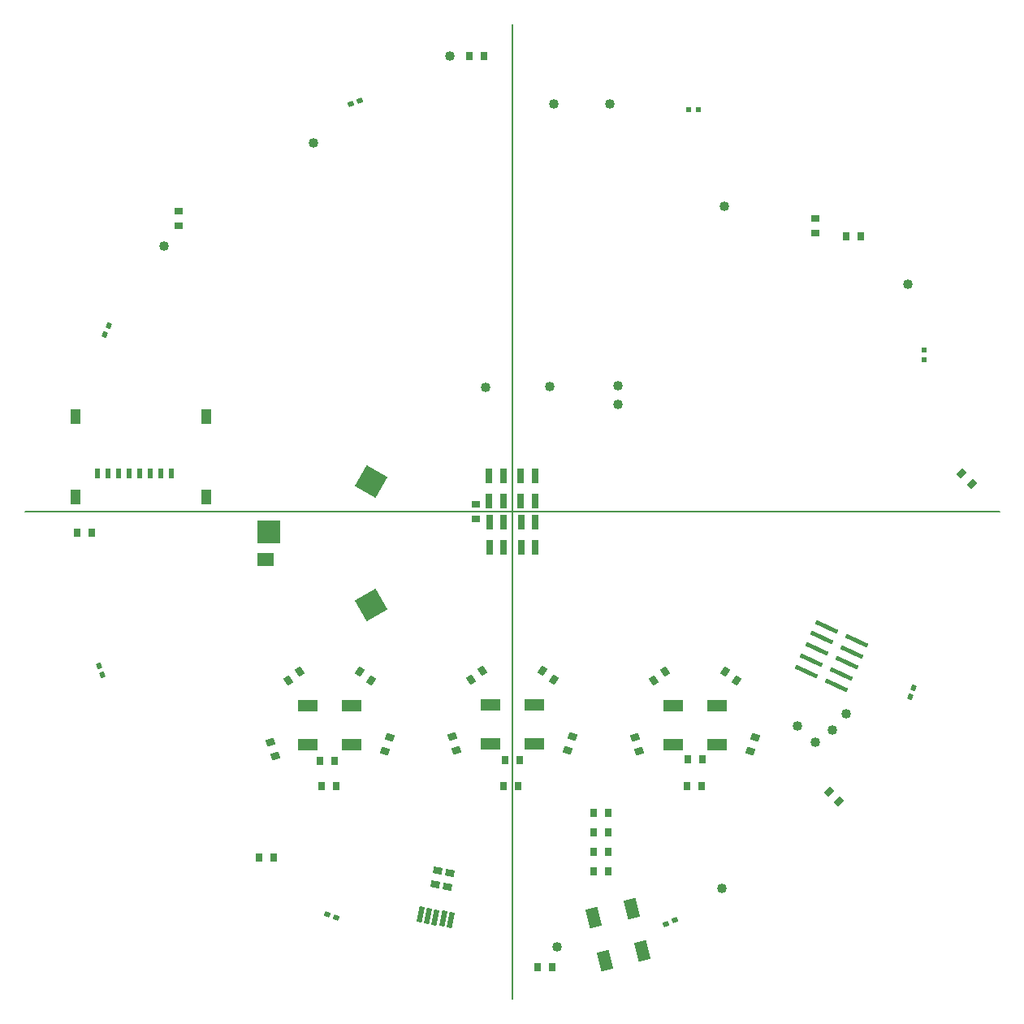
<source format=gtp>
%FSLAX25Y25*%
%MOIN*%
G70*
G01*
G75*
G04 Layer_Color=8421504*
%ADD10C,0.00500*%
G04:AMPARAMS|DCode=11|XSize=64.96mil|YSize=21.65mil|CornerRadius=0mil|HoleSize=0mil|Usage=FLASHONLY|Rotation=259.100|XOffset=0mil|YOffset=0mil|HoleType=Round|Shape=Rectangle|*
%AMROTATEDRECTD11*
4,1,4,-0.00449,0.03394,0.01677,0.02985,0.00449,-0.03394,-0.01677,-0.02985,-0.00449,0.03394,0.0*
%
%ADD11ROTATEDRECTD11*%

%ADD12C,0.04000*%
%ADD13R,0.08000X0.05000*%
G04:AMPARAMS|DCode=14|XSize=35.43mil|YSize=27.56mil|CornerRadius=0mil|HoleSize=0mil|Usage=FLASHONLY|Rotation=169.100|XOffset=0mil|YOffset=0mil|HoleType=Round|Shape=Rectangle|*
%AMROTATEDRECTD14*
4,1,4,0.02000,0.01018,0.01479,-0.01688,-0.02000,-0.01018,-0.01479,0.01688,0.02000,0.01018,0.0*
%
%ADD14ROTATEDRECTD14*%

%ADD15R,0.02362X0.04134*%
%ADD16R,0.04134X0.05906*%
G04:AMPARAMS|DCode=17|XSize=17.32mil|YSize=98.43mil|CornerRadius=0mil|HoleSize=0mil|Usage=FLASHONLY|Rotation=245.000|XOffset=0mil|YOffset=0mil|HoleType=Round|Shape=Rectangle|*
%AMROTATEDRECTD17*
4,1,4,-0.04094,0.02865,0.04826,-0.01295,0.04094,-0.02865,-0.04826,0.01295,-0.04094,0.02865,0.0*
%
%ADD17ROTATEDRECTD17*%

%ADD18R,0.03150X0.05906*%
%ADD19P,0.13919X4X285.0*%
%ADD20P,0.13919X4X345.0*%
%ADD21R,0.06850X0.05512*%
%ADD22R,0.09449X0.09449*%
%ADD23R,0.02756X0.03543*%
G04:AMPARAMS|DCode=24|XSize=80mil|YSize=50mil|CornerRadius=0mil|HoleSize=0mil|Usage=FLASHONLY|Rotation=104.000|XOffset=0mil|YOffset=0mil|HoleType=Round|Shape=Rectangle|*
%AMROTATEDRECTD24*
4,1,4,0.03393,-0.03276,-0.01458,-0.04486,-0.03393,0.03276,0.01458,0.04486,0.03393,-0.03276,0.0*
%
%ADD24ROTATEDRECTD24*%

%ADD25R,0.01969X0.02362*%
%ADD26R,0.02362X0.01969*%
G04:AMPARAMS|DCode=27|XSize=35.43mil|YSize=27.56mil|CornerRadius=0mil|HoleSize=0mil|Usage=FLASHONLY|Rotation=162.000|XOffset=0mil|YOffset=0mil|HoleType=Round|Shape=Rectangle|*
%AMROTATEDRECTD27*
4,1,4,0.02111,0.00763,0.01259,-0.01858,-0.02111,-0.00763,-0.01259,0.01858,0.02111,0.00763,0.0*
%
%ADD27ROTATEDRECTD27*%

G04:AMPARAMS|DCode=28|XSize=35.43mil|YSize=27.56mil|CornerRadius=0mil|HoleSize=0mil|Usage=FLASHONLY|Rotation=234.000|XOffset=0mil|YOffset=0mil|HoleType=Round|Shape=Rectangle|*
%AMROTATEDRECTD28*
4,1,4,-0.00073,0.02243,0.02156,0.00623,0.00073,-0.02243,-0.02156,-0.00623,-0.00073,0.02243,0.0*
%
%ADD28ROTATEDRECTD28*%

G04:AMPARAMS|DCode=29|XSize=35.43mil|YSize=27.56mil|CornerRadius=0mil|HoleSize=0mil|Usage=FLASHONLY|Rotation=306.000|XOffset=0mil|YOffset=0mil|HoleType=Round|Shape=Rectangle|*
%AMROTATEDRECTD29*
4,1,4,-0.02156,0.00623,0.00073,0.02243,0.02156,-0.00623,-0.00073,-0.02243,-0.02156,0.00623,0.0*
%
%ADD29ROTATEDRECTD29*%

G04:AMPARAMS|DCode=30|XSize=35.43mil|YSize=27.56mil|CornerRadius=0mil|HoleSize=0mil|Usage=FLASHONLY|Rotation=18.000|XOffset=0mil|YOffset=0mil|HoleType=Round|Shape=Rectangle|*
%AMROTATEDRECTD30*
4,1,4,-0.01259,-0.01858,-0.02111,0.00763,0.01259,0.01858,0.02111,-0.00763,-0.01259,-0.01858,0.0*
%
%ADD30ROTATEDRECTD30*%

G04:AMPARAMS|DCode=31|XSize=19.69mil|YSize=23.62mil|CornerRadius=0mil|HoleSize=0mil|Usage=FLASHONLY|Rotation=112.500|XOffset=0mil|YOffset=0mil|HoleType=Round|Shape=Rectangle|*
%AMROTATEDRECTD31*
4,1,4,0.01468,-0.00457,-0.00715,-0.01361,-0.01468,0.00457,0.00715,0.01361,0.01468,-0.00457,0.0*
%
%ADD31ROTATEDRECTD31*%

G04:AMPARAMS|DCode=32|XSize=19.69mil|YSize=23.62mil|CornerRadius=0mil|HoleSize=0mil|Usage=FLASHONLY|Rotation=157.500|XOffset=0mil|YOffset=0mil|HoleType=Round|Shape=Rectangle|*
%AMROTATEDRECTD32*
4,1,4,0.01361,0.00715,0.00457,-0.01468,-0.01361,-0.00715,-0.00457,0.01468,0.01361,0.00715,0.0*
%
%ADD32ROTATEDRECTD32*%

G04:AMPARAMS|DCode=33|XSize=19.69mil|YSize=23.62mil|CornerRadius=0mil|HoleSize=0mil|Usage=FLASHONLY|Rotation=202.500|XOffset=0mil|YOffset=0mil|HoleType=Round|Shape=Rectangle|*
%AMROTATEDRECTD33*
4,1,4,0.00457,0.01468,0.01361,-0.00715,-0.00457,-0.01468,-0.01361,0.00715,0.00457,0.01468,0.0*
%
%ADD33ROTATEDRECTD33*%

G04:AMPARAMS|DCode=34|XSize=19.69mil|YSize=23.62mil|CornerRadius=0mil|HoleSize=0mil|Usage=FLASHONLY|Rotation=247.500|XOffset=0mil|YOffset=0mil|HoleType=Round|Shape=Rectangle|*
%AMROTATEDRECTD34*
4,1,4,-0.00715,0.01361,0.01468,0.00457,0.00715,-0.01361,-0.01468,-0.00457,-0.00715,0.01361,0.0*
%
%ADD34ROTATEDRECTD34*%

%ADD35R,0.03543X0.02756*%
G04:AMPARAMS|DCode=36|XSize=35.43mil|YSize=27.56mil|CornerRadius=0mil|HoleSize=0mil|Usage=FLASHONLY|Rotation=225.000|XOffset=0mil|YOffset=0mil|HoleType=Round|Shape=Rectangle|*
%AMROTATEDRECTD36*
4,1,4,0.00278,0.02227,0.02227,0.00278,-0.00278,-0.02227,-0.02227,-0.00278,0.00278,0.02227,0.0*
%
%ADD36ROTATEDRECTD36*%

D10*
X400000Y200000D02*
Y600000D01*
X200000Y400000D02*
X600000D01*
D11*
X362314Y234691D02*
D03*
X365407Y234096D02*
D03*
X368500Y233500D02*
D03*
X371593Y232904D02*
D03*
X374686Y232309D02*
D03*
D12*
X418500Y221500D02*
D03*
X417000Y567500D02*
D03*
X440000D02*
D03*
X517000Y312000D02*
D03*
X537000Y317000D02*
D03*
X389000Y451000D02*
D03*
X415400Y451500D02*
D03*
X443300Y451600D02*
D03*
Y444100D02*
D03*
X487000Y525500D02*
D03*
X531500Y310500D02*
D03*
X524500Y305500D02*
D03*
X318500Y551500D02*
D03*
X486000Y245500D02*
D03*
X374500Y587000D02*
D03*
X562500Y493500D02*
D03*
X257000Y509000D02*
D03*
D13*
X409000Y320700D02*
D03*
Y304700D02*
D03*
X391000Y320700D02*
D03*
Y304700D02*
D03*
X334000Y320400D02*
D03*
Y304400D02*
D03*
X316000Y320400D02*
D03*
Y304400D02*
D03*
X484000Y320400D02*
D03*
Y304400D02*
D03*
X466000Y320400D02*
D03*
Y304400D02*
D03*
D14*
X368442Y247100D02*
D03*
X369558Y252900D02*
D03*
X373442Y246100D02*
D03*
X374558Y251900D02*
D03*
D15*
X229665Y415898D02*
D03*
X233996D02*
D03*
X242657Y415898D02*
D03*
X238327Y415898D02*
D03*
X251319D02*
D03*
X246988D02*
D03*
X259980D02*
D03*
X255649D02*
D03*
D16*
X220728Y405937D02*
D03*
X274272D02*
D03*
Y439008D02*
D03*
X220728D02*
D03*
D17*
X524927Y343678D02*
D03*
X527057Y348246D02*
D03*
X529187Y352813D02*
D03*
X522797Y339111D02*
D03*
X520668Y334544D02*
D03*
X533013Y328787D02*
D03*
X535143Y333354D02*
D03*
X541532Y347056D02*
D03*
X539403Y342489D02*
D03*
X537273Y337922D02*
D03*
D18*
X396500Y385382D02*
D03*
Y395618D02*
D03*
X390595D02*
D03*
Y385382D02*
D03*
X403500Y414618D02*
D03*
Y404382D02*
D03*
X409406D02*
D03*
Y414618D02*
D03*
X409500Y385382D02*
D03*
Y395618D02*
D03*
X403594D02*
D03*
Y385382D02*
D03*
X390500Y414618D02*
D03*
Y404382D02*
D03*
X396406D02*
D03*
Y414618D02*
D03*
D19*
X342146Y412366D02*
D03*
D20*
Y361634D02*
D03*
D21*
X298839Y380500D02*
D03*
D22*
X300138Y391724D02*
D03*
D23*
X221547Y391500D02*
D03*
X227453D02*
D03*
X439353Y260400D02*
D03*
X433447D02*
D03*
X402953Y298000D02*
D03*
X397047D02*
D03*
X477953Y298400D02*
D03*
X472047D02*
D03*
X439353Y268400D02*
D03*
X433447Y268400D02*
D03*
X537047Y513000D02*
D03*
X542953D02*
D03*
X327753Y287500D02*
D03*
X321847D02*
D03*
X439353Y276400D02*
D03*
X433447D02*
D03*
X477753Y287500D02*
D03*
X471847D02*
D03*
X388453Y587000D02*
D03*
X382547D02*
D03*
X296047Y258000D02*
D03*
X301953D02*
D03*
X410547Y213000D02*
D03*
X416453D02*
D03*
X321047Y297900D02*
D03*
X326953D02*
D03*
X402353Y287500D02*
D03*
X396447D02*
D03*
X439353Y252400D02*
D03*
X433447Y252400D02*
D03*
D24*
X433560Y233297D02*
D03*
X449085Y237168D02*
D03*
X437915Y215832D02*
D03*
X453440Y219703D02*
D03*
D25*
X569000Y462531D02*
D03*
Y466469D02*
D03*
D26*
X476469Y565000D02*
D03*
X472532D02*
D03*
D27*
X349712Y307508D02*
D03*
X347888Y301892D02*
D03*
X499712Y307308D02*
D03*
X497887Y301692D02*
D03*
X424712Y307808D02*
D03*
X422887Y302192D02*
D03*
D28*
X337311Y334336D02*
D03*
X342089Y330864D02*
D03*
X487311Y334336D02*
D03*
X492089Y330864D02*
D03*
X412311Y334636D02*
D03*
X417089Y331164D02*
D03*
D29*
X307911Y330864D02*
D03*
X312689Y334336D02*
D03*
X457911Y330864D02*
D03*
X462689Y334336D02*
D03*
X382911Y331164D02*
D03*
X387689Y334636D02*
D03*
D30*
X302712Y299692D02*
D03*
X300888Y305308D02*
D03*
X452112Y301892D02*
D03*
X450287Y307508D02*
D03*
X377112Y302192D02*
D03*
X375287Y307808D02*
D03*
D31*
X337318Y568753D02*
D03*
X333681Y567247D02*
D03*
X463181Y230747D02*
D03*
X466819Y232253D02*
D03*
D32*
X234253Y476319D02*
D03*
X232747Y472682D02*
D03*
X563247Y324182D02*
D03*
X564753Y327819D02*
D03*
D33*
X230247Y336819D02*
D03*
X231753Y333181D02*
D03*
D34*
X324181Y234753D02*
D03*
X327818Y233247D02*
D03*
D35*
X263000Y523453D02*
D03*
X263000Y517547D02*
D03*
X524500Y520453D02*
D03*
X524500Y514547D02*
D03*
X385000Y402953D02*
D03*
Y397047D02*
D03*
D36*
X534088Y280912D02*
D03*
X529912Y285088D02*
D03*
X588588Y411412D02*
D03*
X584412Y415588D02*
D03*
M02*

</source>
